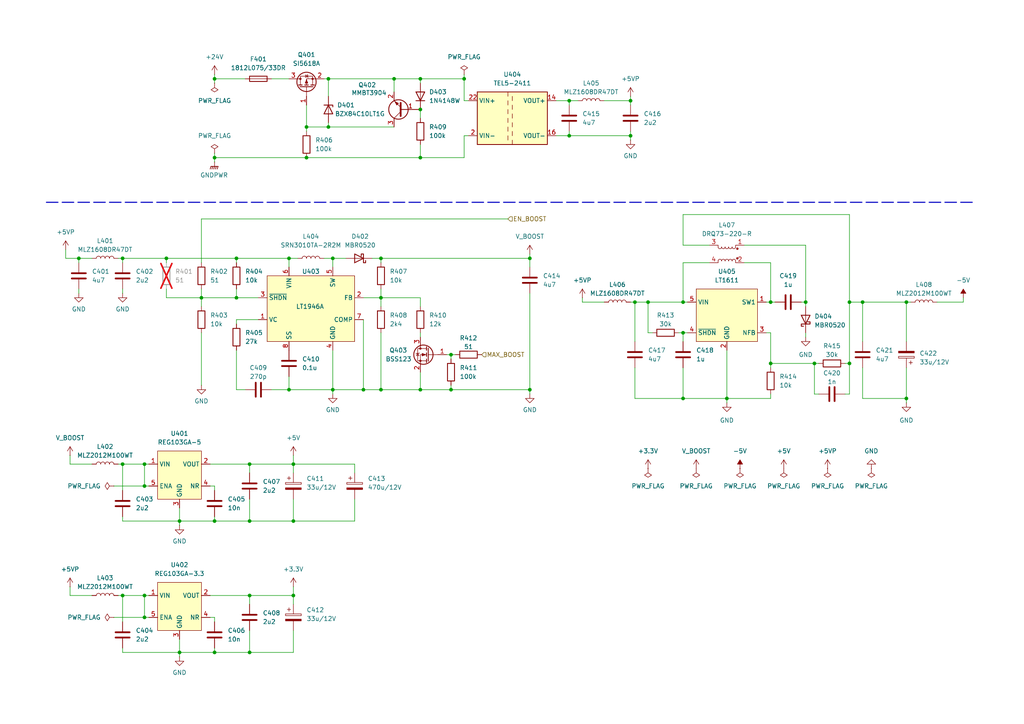
<source format=kicad_sch>
(kicad_sch (version 20231120) (generator "eeschema") (generator_version "8.0")
  (paper "A4")
  (lib_symbols
    (symbol "Device:C" (pin_numbers hide) (pin_names (offset 0.254))
      (property "Reference" "C" (at 0.635 2.54 0))
      (property "Value" "C" (at 0.635 -2.54 0))
      (symbol "C_1_1"
        (pin passive line (at 0 3.81 270) (length 2.794) (name "~") (number "1"))
        (pin passive line (at 0 -3.81 90) (length 2.794) (name "~") (number "2"))
      )
    )
    (symbol "Device:C_Polarized" (pin_numbers hide) (pin_names (offset 0.254))
      (property "Reference" "C" (at 0.635 2.54 0))
      (property "Value" "C_Polarized" (at 0.635 -2.54 0))
      (symbol "C_Polarized_1_1"
        (pin passive line (at 0 3.81 270) (length 2.794) (name "~") (number "1"))
        (pin passive line (at 0 -3.81 90) (length 2.794) (name "~") (number "2"))
      )
    )
    (symbol "Device:D_Schottky" (pin_numbers hide) (pin_names (offset 1.016) hide)
      (property "Reference" "D" (at 0 2.54 0))
      (property "Value" "D_Schottky" (at 0 -2.54 0))
      (symbol "D_Schottky_1_1"
        (pin passive line (at -3.81 0 0) (length 2.54) (name "K") (number "1"))
        (pin passive line (at 3.81 0 180) (length 2.54) (name "A") (number "2"))
      )
    )
    (symbol "Device:Fuse" (pin_numbers hide) (pin_names (offset 0))
      (property "Reference" "F" (at 2.032 0 90))
      (property "Value" "Fuse" (at -1.905 0 90))
      (symbol "Fuse_1_1"
        (pin passive line (at 0 3.81 270) (length 1.27) (name "~") (number "1"))
        (pin passive line (at 0 -3.81 90) (length 1.27) (name "~") (number "2"))
      )
    )
    (symbol "Device:L" (pin_numbers hide) (pin_names (offset 1.016) hide)
      (property "Reference" "L" (at -1.27 0 90))
      (property "Value" "L" (at 1.905 0 90))
      (symbol "L_1_1"
        (pin passive line (at 0 3.81 270) (length 1.27) (name "1") (number "1"))
        (pin passive line (at 0 -3.81 90) (length 1.27) (name "2") (number "2"))
      )
    )
    (symbol "Device:L_Coupled_Small_1324" (pin_names (offset 0.254) hide)
      (property "Reference" "L" (at 0 4.445 0))
      (property "Value" "L_Coupled_Small_1324" (at 0 -4.445 0))
      (symbol "L_Coupled_Small_1324_1_1"
        (pin passive line (at -5.08 2.54 0) (length 2.54) (name "1") (number "1"))
        (pin passive line (at -5.08 -2.54 0) (length 2.54) (name "2") (number "2"))
        (pin passive line (at 5.08 2.54 180) (length 2.54) (name "3") (number "3"))
        (pin passive line (at 5.08 -2.54 180) (length 2.54) (name "4") (number "4"))
      )
    )
    (symbol "Device:Q_PMOS_GSD" (pin_names (offset 0) hide)
      (property "Reference" "Q" (at 5.08 1.27 0))
      (property "Value" "Q_PMOS_GSD" (at 5.08 -1.27 0))
      (symbol "Q_PMOS_GSD_1_1"
        (pin input line (at -5.08 0 0) (length 2.54) (name "G") (number "1"))
        (pin passive line (at 2.54 -5.08 90) (length 2.54) (name "S") (number "2"))
        (pin passive line (at 2.54 5.08 270) (length 2.54) (name "D") (number "3"))
      )
    )
    (symbol "Device:R" (pin_numbers hide) (pin_names (offset 0))
      (property "Reference" "R" (at 2.032 0 90))
      (property "Value" "R" (at 0 0 90))
      (symbol "R_1_1"
        (pin passive line (at 0 3.81 270) (length 1.27) (name "~") (number "1"))
        (pin passive line (at 0 -3.81 90) (length 1.27) (name "~") (number "2"))
      )
    )
    (symbol "Diode:1N4148W" (pin_numbers hide) (pin_names hide)
      (property "Reference" "D" (at 0 2.54 0))
      (property "Value" "1N4148W" (at 0 -2.54 0))
      (symbol "1N4148W_1_1"
        (pin passive line (at -3.81 0 0) (length 2.54) (name "K") (number "1"))
        (pin passive line (at 3.81 0 180) (length 2.54) (name "A") (number "2"))
      )
    )
    (symbol "Diode:BZX84Cxx" (pin_numbers hide) (pin_names hide)
      (property "Reference" "D" (at 0 3.81 0))
      (property "Value" "BZX84Cxx" (at 0 -3.81 0))
      (symbol "BZX84Cxx_1_1"
        (pin passive line (at 3.81 0 180) (length 2.54) (name "A") (number "1"))
        (pin no_connect line (at 1.27 0 180) (length 2.54) hide (name "NC") (number "2"))
        (pin passive line (at -3.81 0 0) (length 2.54) (name "K") (number "3"))
      )
    )
    (symbol "ETH1LCR3:LT1611"
      (property "Reference" "U" (at 0.254 8.89 0))
      (property "Value" "LT1611" (at 0 0 0))
      (symbol "LT1611_0_0"
        (pin passive line (at 11.43 3.81 180) (length 2.54) (name "SW1") (number "1"))
        (pin passive line (at 0 -10.16 90) (length 2.54) (name "GND") (number "2"))
        (pin passive line (at 11.43 -5.08 180) (length 2.54) (name "NFB") (number "3"))
        (pin passive line (at -11.43 -5.08 0) (length 2.54) (name "~{SHDN}") (number "4"))
        (pin passive line (at -11.43 3.81 0) (length 2.54) (name "VIN") (number "5"))
      )
    )
    (symbol "ETH1LCR3:LT1946A"
      (property "Reference" "U" (at 12.446 12.446 0))
      (property "Value" "LT1946A" (at 12.7 10.414 0))
      (symbol "LT1946A_0_0"
        (pin passive line (at -15.24 -3.81 0) (length 2.54) (name "VC") (number "1"))
        (pin passive line (at 15.24 2.54 180) (length 2.54) (name "FB") (number "2"))
        (pin passive line (at -15.24 2.54 0) (length 2.54) (name "~{SHDN}") (number "3"))
        (pin passive line (at 6.35 -12.7 90) (length 2.54) (name "GND") (number "4"))
        (pin passive line (at 6.35 11.43 270) (length 2.54) (name "SW") (number "5"))
        (pin passive line (at -6.35 11.43 270) (length 2.54) (name "VIN") (number "6"))
        (pin passive line (at 15.24 -3.81 180) (length 2.54) (name "COMP") (number "7"))
        (pin passive line (at -6.35 -12.7 90) (length 2.54) (name "SS") (number "8"))
      )
      (symbol "LT1946A_1_0"
        (pin passive line (at 6.35 -12.7 90) (length 2.54) hide (name "GND") (number "9"))
      )
    )
    (symbol "ETH1LCR3:REG103GA-5"
      (property "Reference" "U" (at 0 0 0))
      (property "Value" "REG103GA-5" (at 0 0 0))
      (symbol "REG103GA-5_0_0"
        (pin passive line (at 0 -10.16 90) (length 2.54) (name "GND") (number "3"))
        (pin passive line (at 8.89 -3.81 180) (length 2.54) (name "NR") (number "4"))
        (pin passive line (at -8.89 -3.81 0) (length 2.54) (name "ENA") (number "5"))
      )
      (symbol "REG103GA-5_1_0"
        (pin passive line (at -8.89 2.54 0) (length 2.54) (name "VIN") (number "1"))
        (pin passive line (at 8.89 2.54 180) (length 2.54) (name "VOUT") (number "2"))
        (pin passive line (at 0 -10.16 90) (length 2.54) hide (name "GND") (number "6"))
      )
    )
    (symbol "ETH1LCR3:TEL5-2411"
      (property "Reference" "U" (at -10.16 8.89 0))
      (property "Value" "TEL5-2411" (at -1.905 8.89 0))
      (symbol "TEL5-2411_1_1"
        (pin no_connect line (at 12.7 0 180) (length 2.54) hide (name "NC") (number "11"))
        (pin passive line (at 12.7 5.08 180) (length 2.54) (name "VOUT+") (number "14"))
        (pin passive line (at 12.7 -5.08 180) (length 2.54) (name "VOUT-") (number "16"))
        (pin passive line (at -12.7 -5.08 0) (length 2.54) (name "VIN-") (number "2"))
        (pin passive line (at -12.7 5.08 0) (length 2.54) (name "VIN+") (number "22"))
        (pin passive line (at -12.7 5.08 0) (length 2.54) hide (name "VIN+") (number "23"))
        (pin passive line (at -12.7 -5.08 0) (length 2.54) hide (name "VIN-") (number "3"))
      )
    )
    (symbol "ETH1LCR3:V_BOOST" (power) (pin_numbers hide) (pin_names (offset 0) hide)
      (property "Value" "V_BOOST" (at 0 3.556 0))
      (symbol "V_BOOST_1_1"
        (pin power_in line (at 0 0 90) (length 0) (name "~") (number "1"))
      )
    )
    (symbol "Transistor_BJT:MMBT3904" (pin_names (offset 0) hide)
      (property "Reference" "Q" (at 5.08 1.905 0))
      (property "Value" "MMBT3904" (at 5.08 0 0))
      (symbol "MMBT3904_1_1"
        (pin input line (at -5.08 0 0) (length 5.715) (name "B") (number "1"))
        (pin passive line (at 2.54 -5.08 90) (length 2.54) (name "E") (number "2"))
        (pin passive line (at 2.54 5.08 270) (length 2.54) (name "C") (number "3"))
      )
    )
    (symbol "Transistor_FET:BSS123" (pin_names hide)
      (property "Reference" "Q" (at 5.08 1.905 0))
      (property "Value" "BSS123" (at 5.08 0 0))
      (symbol "BSS123_1_1"
        (pin input line (at -5.08 0 0) (length 2.54) (name "G") (number "1"))
        (pin passive line (at 2.54 -5.08 90) (length 2.54) (name "S") (number "2"))
        (pin passive line (at 2.54 5.08 270) (length 2.54) (name "D") (number "3"))
      )
    )
    (symbol "power:+24V" (power) (pin_numbers hide) (pin_names (offset 0) hide)
      (property "Value" "+24V" (at 0 3.556 0))
      (symbol "+24V_1_1"
        (pin power_in line (at 0 0 90) (length 0) (name "~") (number "1"))
      )
    )
    (symbol "power:+3.3V" (power) (pin_numbers hide) (pin_names (offset 0) hide)
      (property "Value" "+3.3V" (at 0 3.556 0))
      (symbol "+3.3V_1_1"
        (pin power_in line (at 0 0 90) (length 0) (name "~") (number "1"))
      )
    )
    (symbol "power:+5V" (power) (pin_numbers hide) (pin_names (offset 0) hide)
      (property "Value" "+5V" (at 0 3.556 0))
      (symbol "+5V_1_1"
        (pin power_in line (at 0 0 90) (length 0) (name "~") (number "1"))
      )
    )
    (symbol "power:+5VP" (power) (pin_numbers hide) (pin_names (offset 0) hide)
      (property "Value" "+5VP" (at 0 3.556 0))
      (symbol "+5VP_1_1"
        (pin power_in line (at 0 0 90) (length 0) (name "~") (number "1"))
      )
    )
    (symbol "power:-5V" (power) (pin_numbers hide) (pin_names (offset 0) hide)
      (property "Value" "-5V" (at 0 3.556 0))
      (symbol "-5V_0_0"
        (pin power_in line (at 0 0 90) (length 0) (name "~") (number "1"))
      )
    )
    (symbol "power:GND" (power) (pin_numbers hide) (pin_names (offset 0) hide)
      (property "Value" "GND" (at 0 -3.81 0))
      (symbol "GND_1_1"
        (pin power_in line (at 0 0 270) (length 0) (name "~") (number "1"))
      )
    )
    (symbol "power:GNDPWR" (power) (pin_numbers hide) (pin_names (offset 0) hide)
      (property "Value" "GNDPWR" (at 0 -3.302 0))
      (symbol "GNDPWR_1_1"
        (pin power_in line (at 0 0 270) (length 0) (name "~") (number "1"))
      )
    )
    (symbol "power:PWR_FLAG" (power) (pin_numbers hide) (pin_names (offset 0) hide)
      (property "Value" "PWR_FLAG" (at 0 3.81 0))
      (symbol "PWR_FLAG_0_0"
        (pin power_out line (at 0 0 90) (length 0) (name "~") (number "1"))
      )
    )
  )
  (junction (at 134.62 22.86))
  (junction (at 88.9 36.83))
  (junction (at 62.23 151.13))
  (junction (at 62.23 189.23))
  (junction (at 58.42 86.36))
  (junction (at 210.82 115.57))
  (junction (at 72.39 189.23))
  (junction (at 41.91 140.97))
  (junction (at 41.91 134.62))
  (junction (at 121.92 22.86))
  (junction (at 95.25 22.86))
  (junction (at 182.88 29.21))
  (junction (at 62.23 45.72))
  (junction (at 52.07 151.13))
  (junction (at 130.81 102.87))
  (junction (at 223.52 105.41))
  (junction (at 85.09 151.13))
  (junction (at 83.82 113.03))
  (junction (at 246.38 105.41))
  (junction (at 262.89 87.63))
  (junction (at 187.96 87.63))
  (junction (at 105.41 113.03))
  (junction (at 95.25 36.83))
  (junction (at 83.82 74.93))
  (junction (at 35.56 74.93))
  (junction (at 114.3 22.86))
  (junction (at 88.9 45.72))
  (junction (at 22.86 74.93))
  (junction (at 85.09 172.72))
  (junction (at 68.58 86.36))
  (junction (at 198.12 87.63))
  (junction (at 110.49 74.93))
  (junction (at 110.49 113.03))
  (junction (at 52.07 189.23))
  (junction (at 130.81 113.03))
  (junction (at 96.52 74.93))
  (junction (at 198.12 96.52))
  (junction (at 250.19 87.63))
  (junction (at 262.89 115.57))
  (junction (at 48.26 74.93))
  (junction (at 68.58 74.93))
  (junction (at 85.09 134.62))
  (junction (at 72.39 172.72))
  (junction (at 35.56 134.62))
  (junction (at 110.49 86.36))
  (junction (at 246.38 87.63))
  (junction (at 153.67 113.03))
  (junction (at 41.91 172.72))
  (junction (at 35.56 172.72))
  (junction (at 198.12 115.57))
  (junction (at 121.92 31.75))
  (junction (at 121.92 45.72))
  (junction (at 182.88 39.37))
  (junction (at 121.92 113.03))
  (junction (at 223.52 87.63))
  (junction (at 72.39 151.13))
  (junction (at 72.39 134.62))
  (junction (at 41.91 179.07))
  (junction (at 62.23 22.86))
  (junction (at 236.22 105.41))
  (junction (at 184.15 87.63))
  (junction (at 233.68 87.63))
  (junction (at 153.67 74.93))
  (junction (at 96.52 113.03))
  (junction (at 165.1 39.37))
  (junction (at 165.1 29.21))
  (wire (pts (xy 34.29 134.62) (xy 35.56 134.62)))
  (wire (pts (xy 62.23 45.72) (xy 88.9 45.72)))
  (polyline (pts (xy 13.462 58.674) (xy 282.448 58.674)) (stroke (width 0.3048) (type dash)))
  (wire (pts (xy 223.52 76.2) (xy 215.9 76.2)))
  (wire (pts (xy 233.68 96.52) (xy 233.68 97.79)))
  (wire (pts (xy 205.74 71.12) (xy 198.12 71.12)))
  (wire (pts (xy 110.49 113.03) (xy 121.92 113.03)))
  (wire (pts (xy 237.49 114.3) (xy 236.22 114.3)))
  (wire (pts (xy 161.29 29.21) (xy 165.1 29.21)))
  (wire (pts (xy 121.92 88.9) (xy 121.92 86.36)))
  (wire (pts (xy 105.41 113.03) (xy 105.41 92.71)))
  (wire (pts (xy 105.41 86.36) (xy 110.49 86.36)))
  (wire (pts (xy 198.12 96.52) (xy 199.39 96.52)))
  (wire (pts (xy 165.1 30.48) (xy 165.1 29.21)))
  (wire (pts (xy 48.26 74.93) (xy 48.26 76.2)))
  (wire (pts (xy 62.23 44.45) (xy 62.23 45.72)))
  (wire (pts (xy 168.91 86.36) (xy 168.91 87.63)))
  (wire (pts (xy 62.23 180.34) (xy 62.23 179.07)))
  (wire (pts (xy 72.39 134.62) (xy 60.96 134.62)))
  (wire (pts (xy 35.56 134.62) (xy 35.56 142.24)))
  (wire (pts (xy 130.81 102.87) (xy 132.08 102.87)))
  (wire (pts (xy 262.89 115.57) (xy 262.89 116.84)))
  (wire (pts (xy 62.23 179.07) (xy 60.96 179.07)))
  (wire (pts (xy 41.91 179.07) (xy 41.91 172.72)))
  (wire (pts (xy 245.11 114.3) (xy 246.38 114.3)))
  (wire (pts (xy 223.52 96.52) (xy 222.25 96.52)))
  (wire (pts (xy 130.81 102.87) (xy 129.54 102.87)))
  (wire (pts (xy 246.38 87.63) (xy 246.38 62.23)))
  (wire (pts (xy 74.93 92.71) (xy 68.58 92.71)))
  (wire (pts (xy 114.3 22.86) (xy 114.3 26.67)))
  (wire (pts (xy 85.09 137.16) (xy 85.09 134.62)))
  (wire (pts (xy 198.12 76.2) (xy 198.12 87.63)))
  (wire (pts (xy 196.85 96.52) (xy 198.12 96.52)))
  (wire (pts (xy 74.93 86.36) (xy 68.58 86.36)))
  (wire (pts (xy 250.19 115.57) (xy 262.89 115.57)))
  (wire (pts (xy 48.26 83.82) (xy 48.26 86.36)))
  (wire (pts (xy 182.88 87.63) (xy 184.15 87.63)))
  (wire (pts (xy 264.16 87.63) (xy 262.89 87.63)))
  (wire (pts (xy 58.42 83.82) (xy 58.42 86.36)))
  (wire (pts (xy 245.11 105.41) (xy 246.38 105.41)))
  (wire (pts (xy 121.92 22.86) (xy 121.92 24.13)))
  (wire (pts (xy 110.49 86.36) (xy 110.49 88.9)))
  (wire (pts (xy 250.19 87.63) (xy 246.38 87.63)))
  (wire (pts (xy 153.67 74.93) (xy 153.67 77.47)))
  (wire (pts (xy 22.86 85.09) (xy 22.86 83.82)))
  (wire (pts (xy 134.62 45.72) (xy 134.62 39.37)))
  (wire (pts (xy 189.23 96.52) (xy 187.96 96.52)))
  (wire (pts (xy 130.81 111.76) (xy 130.81 113.03)))
  (wire (pts (xy 165.1 39.37) (xy 182.88 39.37)))
  (wire (pts (xy 95.25 22.86) (xy 114.3 22.86)))
  (wire (pts (xy 223.52 105.41) (xy 236.22 105.41)))
  (wire (pts (xy 165.1 39.37) (xy 165.1 38.1)))
  (wire (pts (xy 62.23 22.86) (xy 71.12 22.86)))
  (wire (pts (xy 72.39 151.13) (xy 85.09 151.13)))
  (wire (pts (xy 35.56 172.72) (xy 41.91 172.72)))
  (wire (pts (xy 85.09 132.08) (xy 85.09 134.62)))
  (wire (pts (xy 33.02 140.97) (xy 41.91 140.97)))
  (wire (pts (xy 134.62 21.59) (xy 134.62 22.86)))
  (wire (pts (xy 93.98 22.86) (xy 95.25 22.86)))
  (wire (pts (xy 223.52 87.63) (xy 223.52 76.2)))
  (wire (pts (xy 250.19 99.06) (xy 250.19 87.63)))
  (wire (pts (xy 210.82 115.57) (xy 223.52 115.57)))
  (wire (pts (xy 246.38 105.41) (xy 246.38 87.63)))
  (wire (pts (xy 187.96 87.63) (xy 198.12 87.63)))
  (wire (pts (xy 107.95 74.93) (xy 110.49 74.93)))
  (wire (pts (xy 26.67 134.62) (xy 20.32 134.62)))
  (wire (pts (xy 114.3 22.86) (xy 121.92 22.86)))
  (wire (pts (xy 96.52 113.03) (xy 96.52 101.6)))
  (wire (pts (xy 83.82 113.03) (xy 96.52 113.03)))
  (wire (pts (xy 34.29 172.72) (xy 35.56 172.72)))
  (wire (pts (xy 198.12 106.68) (xy 198.12 115.57)))
  (wire (pts (xy 85.09 175.26) (xy 85.09 172.72)))
  (wire (pts (xy 43.18 140.97) (xy 41.91 140.97)))
  (wire (pts (xy 121.92 45.72) (xy 134.62 45.72)))
  (wire (pts (xy 88.9 30.48) (xy 88.9 36.83)))
  (wire (pts (xy 121.92 31.75) (xy 121.92 34.29)))
  (wire (pts (xy 43.18 179.07) (xy 41.91 179.07)))
  (wire (pts (xy 223.52 105.41) (xy 223.52 96.52)))
  (wire (pts (xy 41.91 134.62) (xy 43.18 134.62)))
  (wire (pts (xy 41.91 172.72) (xy 43.18 172.72)))
  (wire (pts (xy 130.81 104.14) (xy 130.81 102.87)))
  (wire (pts (xy 121.92 22.86) (xy 134.62 22.86)))
  (wire (pts (xy 72.39 134.62) (xy 85.09 134.62)))
  (wire (pts (xy 72.39 172.72) (xy 60.96 172.72)))
  (wire (pts (xy 35.56 134.62) (xy 41.91 134.62)))
  (wire (pts (xy 102.87 144.78) (xy 102.87 151.13)))
  (wire (pts (xy 83.82 74.93) (xy 86.36 74.93)))
  (wire (pts (xy 182.88 27.94) (xy 182.88 29.21)))
  (wire (pts (xy 85.09 189.23) (xy 85.09 182.88)))
  (wire (pts (xy 95.25 22.86) (xy 95.25 27.94)))
  (wire (pts (xy 68.58 74.93) (xy 83.82 74.93)))
  (wire (pts (xy 85.09 151.13) (xy 85.09 144.78)))
  (wire (pts (xy 262.89 115.57) (xy 262.89 106.68)))
  (wire (pts (xy 110.49 83.82) (xy 110.49 86.36)))
  (wire (pts (xy 96.52 74.93) (xy 100.33 74.93)))
  (wire (pts (xy 35.56 74.93) (xy 48.26 74.93)))
  (wire (pts (xy 279.4 87.63) (xy 279.4 86.36)))
  (wire (pts (xy 96.52 77.47) (xy 96.52 74.93)))
  (wire (pts (xy 165.1 29.21) (xy 167.64 29.21)))
  (wire (pts (xy 96.52 113.03) (xy 96.52 114.3)))
  (wire (pts (xy 96.52 74.93) (xy 93.98 74.93)))
  (wire (pts (xy 68.58 92.71) (xy 68.58 93.98)))
  (wire (pts (xy 110.49 96.52) (xy 110.49 113.03)))
  (wire (pts (xy 102.87 134.62) (xy 102.87 137.16)))
  (wire (pts (xy 83.82 109.22) (xy 83.82 113.03)))
  (wire (pts (xy 187.96 96.52) (xy 187.96 87.63)))
  (wire (pts (xy 182.88 40.64) (xy 182.88 39.37)))
  (wire (pts (xy 198.12 87.63) (xy 199.39 87.63)))
  (wire (pts (xy 236.22 105.41) (xy 237.49 105.41)))
  (wire (pts (xy 223.52 106.68) (xy 223.52 105.41)))
  (wire (pts (xy 198.12 62.23) (xy 246.38 62.23)))
  (wire (pts (xy 105.41 113.03) (xy 110.49 113.03)))
  (wire (pts (xy 52.07 189.23) (xy 62.23 189.23)))
  (wire (pts (xy 20.32 172.72) (xy 20.32 170.18)))
  (wire (pts (xy 121.92 113.03) (xy 130.81 113.03)))
  (wire (pts (xy 72.39 175.26) (xy 72.39 172.72)))
  (wire (pts (xy 134.62 39.37) (xy 135.89 39.37)))
  (wire (pts (xy 58.42 63.5) (xy 58.42 76.2)))
  (wire (pts (xy 250.19 106.68) (xy 250.19 115.57)))
  (wire (pts (xy 62.23 151.13) (xy 72.39 151.13)))
  (wire (pts (xy 68.58 86.36) (xy 68.58 83.82)))
  (wire (pts (xy 236.22 114.3) (xy 236.22 105.41)))
  (wire (pts (xy 85.09 170.18) (xy 85.09 172.72)))
  (wire (pts (xy 168.91 87.63) (xy 175.26 87.63)))
  (wire (pts (xy 233.68 87.63) (xy 233.68 71.12)))
  (wire (pts (xy 52.07 189.23) (xy 52.07 190.5)))
  (wire (pts (xy 121.92 41.91) (xy 121.92 45.72)))
  (wire (pts (xy 20.32 134.62) (xy 20.32 132.08)))
  (wire (pts (xy 153.67 85.09) (xy 153.67 113.03)))
  (wire (pts (xy 198.12 71.12) (xy 198.12 62.23)))
  (wire (pts (xy 175.26 29.21) (xy 182.88 29.21)))
  (wire (pts (xy 19.05 74.93) (xy 19.05 72.39)))
  (wire (pts (xy 95.25 35.56) (xy 95.25 36.83)))
  (wire (pts (xy 52.07 151.13) (xy 52.07 152.4)))
  (wire (pts (xy 134.62 22.86) (xy 134.62 29.21)))
  (wire (pts (xy 62.23 189.23) (xy 72.39 189.23)))
  (wire (pts (xy 62.23 45.72) (xy 62.23 46.99)))
  (wire (pts (xy 223.52 115.57) (xy 223.52 114.3)))
  (wire (pts (xy 33.02 179.07) (xy 41.91 179.07)))
  (wire (pts (xy 72.39 172.72) (xy 85.09 172.72)))
  (wire (pts (xy 88.9 36.83) (xy 95.25 36.83)))
  (wire (pts (xy 62.23 140.97) (xy 60.96 140.97)))
  (wire (pts (xy 71.12 113.03) (xy 68.58 113.03)))
  (wire (pts (xy 35.56 172.72) (xy 35.56 180.34)))
  (wire (pts (xy 232.41 87.63) (xy 233.68 87.63)))
  (wire (pts (xy 153.67 113.03) (xy 153.67 114.3)))
  (wire (pts (xy 72.39 151.13) (xy 72.39 144.78)))
  (wire (pts (xy 222.25 87.63) (xy 223.52 87.63)))
  (wire (pts (xy 130.81 113.03) (xy 153.67 113.03)))
  (wire (pts (xy 58.42 86.36) (xy 68.58 86.36)))
  (wire (pts (xy 72.39 189.23) (xy 85.09 189.23)))
  (wire (pts (xy 198.12 115.57) (xy 184.15 115.57)))
  (wire (pts (xy 110.49 74.93) (xy 153.67 74.93)))
  (wire (pts (xy 161.29 39.37) (xy 165.1 39.37)))
  (wire (pts (xy 198.12 96.52) (xy 198.12 99.06)))
  (wire (pts (xy 58.42 86.36) (xy 58.42 88.9)))
  (wire (pts (xy 58.42 96.52) (xy 58.42 111.76)))
  (wire (pts (xy 68.58 113.03) (xy 68.58 101.6)))
  (wire (pts (xy 35.56 74.93) (xy 35.56 76.2)))
  (wire (pts (xy 215.9 71.12) (xy 233.68 71.12)))
  (wire (pts (xy 262.89 99.06) (xy 262.89 87.63)))
  (wire (pts (xy 52.07 147.32) (xy 52.07 151.13)))
  (wire (pts (xy 48.26 86.36) (xy 58.42 86.36)))
  (wire (pts (xy 182.88 39.37) (xy 182.88 38.1)))
  (wire (pts (xy 72.39 137.16) (xy 72.39 134.62)))
  (wire (pts (xy 62.23 22.86) (xy 62.23 24.13)))
  (wire (pts (xy 184.15 99.06) (xy 184.15 87.63)))
  (wire (pts (xy 153.67 73.66) (xy 153.67 74.93)))
  (wire (pts (xy 198.12 115.57) (xy 210.82 115.57)))
  (wire (pts (xy 62.23 142.24) (xy 62.23 140.97)))
  (wire (pts (xy 52.07 185.42) (xy 52.07 189.23)))
  (wire (pts (xy 182.88 29.21) (xy 182.88 30.48)))
  (wire (pts (xy 88.9 36.83) (xy 88.9 38.1)))
  (wire (pts (xy 135.89 29.21) (xy 134.62 29.21)))
  (wire (pts (xy 184.15 87.63) (xy 187.96 87.63)))
  (wire (pts (xy 62.23 151.13) (xy 62.23 149.86)))
  (wire (pts (xy 85.09 134.62) (xy 102.87 134.62)))
  (wire (pts (xy 62.23 189.23) (xy 62.23 187.96)))
  (wire (pts (xy 210.82 101.6) (xy 210.82 115.57)))
  (wire (pts (xy 48.26 74.93) (xy 68.58 74.93)))
  (wire (pts (xy 250.19 87.63) (xy 262.89 87.63)))
  (wire (pts (xy 110.49 76.2) (xy 110.49 74.93)))
  (wire (pts (xy 233.68 87.63) (xy 233.68 88.9)))
  (wire (pts (xy 83.82 77.47) (xy 83.82 74.93)))
  (wire (pts (xy 223.52 87.63) (xy 224.79 87.63)))
  (wire (pts (xy 121.92 113.03) (xy 121.92 107.95)))
  (wire (pts (xy 246.38 114.3) (xy 246.38 105.41)))
  (wire (pts (xy 35.56 189.23) (xy 52.07 189.23)))
  (wire (pts (xy 184.15 115.57) (xy 184.15 106.68)))
  (wire (pts (xy 26.67 172.72) (xy 20.32 172.72)))
  (wire (pts (xy 58.42 63.5) (xy 147.32 63.5)))
  (wire (pts (xy 102.87 151.13) (xy 85.09 151.13)))
  (wire (pts (xy 22.86 74.93) (xy 26.67 74.93)))
  (wire (pts (xy 41.91 140.97) (xy 41.91 134.62)))
  (wire (pts (xy 35.56 187.96) (xy 35.56 189.23)))
  (wire (pts (xy 34.29 74.93) (xy 35.56 74.93)))
  (wire (pts (xy 35.56 83.82) (xy 35.56 85.09)))
  (wire (pts (xy 271.78 87.63) (xy 279.4 87.63)))
  (wire (pts (xy 121.92 97.79) (xy 121.92 96.52)))
  (wire (pts (xy 72.39 189.23) (xy 72.39 182.88)))
  (wire (pts (xy 62.23 21.59) (xy 62.23 22.86)))
  (wire (pts (xy 52.07 151.13) (xy 62.23 151.13)))
  (wire (pts (xy 95.25 36.83) (xy 114.3 36.83)))
  (wire (pts (xy 68.58 76.2) (xy 68.58 74.93)))
  (wire (pts (xy 88.9 45.72) (xy 121.92 45.72)))
  (wire (pts (xy 22.86 76.2) (xy 22.86 74.93)))
  (wire (pts (xy 35.56 151.13) (xy 52.07 151.13)))
  (wire (pts (xy 35.56 149.86) (xy 35.56 151.13)))
  (wire (pts (xy 19.05 74.93) (xy 22.86 74.93)))
  (wire (pts (xy 78.74 22.86) (xy 83.82 22.86)))
  (wire (pts (xy 210.82 115.57) (xy 210.82 116.84)))
  (wire (pts (xy 205.74 76.2) (xy 198.12 76.2)))
  (wire (pts (xy 121.92 86.36) (xy 110.49 86.36)))
  (wire (pts (xy 96.52 113.03) (xy 105.41 113.03)))
  (wire (pts (xy 78.74 113.03) (xy 83.82 113.03)))
  (hierarchical_label "EN_BOOST" (shape input) (at 147.32 63.5 0))
  (hierarchical_label "MAX_BOOST" (shape input) (at 139.7 102.87 0))
  (symbol (lib_id "Device:C") (at 182.88 34.29 0) (unit 1)
    (property "Reference" "C416" (at 186.69 33.0199 0) (effects (justify left)))
    (property "Value" "2u2" (at 186.69 35.5599 0) (effects (justify left)))
    (property "Footprint" "Capacitor_SMD:C_0805_2012Metric_Pad1.18x1.45mm_HandSolder" (effects (hide yes)))
    (property "Description" "Unpolarized capacitor" (effects (hide yes)))
  )
  (symbol (lib_id "Device:C_Polarized") (at 102.87 140.97 0) (unit 1)
    (property "Reference" "C413" (at 106.68 138.8109 0) (effects (justify left)))
    (property "Value" "470u/12V" (at 106.68 141.3509 0) (effects (justify left)))
    (property "Footprint" "Capacitor_SMD:CP_Elec_10x10.5" (effects (hide yes)))
    (property "Description" "Polarized capacitor" (effects (hide yes)))
  )
  (symbol (lib_id "ETH1LCR3:V_BOOST") (at 201.93 135.89 0) (unit 1)
    (property "Reference" "#PWR0420" (effects (hide yes)))
    (property "Value" "V_BOOST" (at 201.93 130.81 0))
    (property "Description" "Power symbol creates a global label with name \"+4V\"" (effects (hide yes)))
  )
  (symbol (lib_id "power:-5V") (at 214.63 135.89 0) (unit 1)
    (property "Reference" "#PWR0422" (effects (hide yes)))
    (property "Value" "-5V" (at 214.63 130.81 0))
    (property "Description" "Power symbol creates a global label with name \"-5V\"" (effects (hide yes)))
  )
  (symbol (lib_id "Device:R") (at 130.81 107.95 0) (unit 1)
    (property "Reference" "R411" (at 133.35 106.6799 0) (effects (justify left)))
    (property "Value" "100k" (at 133.35 109.2199 0) (effects (justify left)))
    (property "Footprint" "Resistor_SMD:R_0603_1608Metric_Pad0.98x0.95mm_HandSolder" (effects (hide yes)))
    (property "Description" "Resistor" (effects (hide yes)))
  )
  (symbol (lib_id "Device:L") (at 30.48 74.93 90) (unit 1)
    (property "Reference" "L401" (at 30.48 69.85 90))
    (property "Value" "MLZ1608DR47DT" (at 30.48 72.39 90))
    (property "Footprint" "Inductor_SMD:L_0603_1608Metric_Pad1.05x0.95mm_HandSolder" (effects (hide yes)))
    (property "Description" "Inductor" (effects (hide yes)))
  )
  (symbol (lib_id "Device:C_Polarized") (at 262.89 102.87 180) (unit 1)
    (property "Reference" "C422" (at 266.7 102.4889 0) (effects (justify right)))
    (property "Value" "33u/12V" (at 266.7 105.0289 0) (effects (justify right)))
    (property "Footprint" "Capacitor_Tantalum_SMD:CP_EIA-3528-21_Kemet-B_Pad1.50x2.35mm_HandSolder" (effects (hide yes)))
    (property "Description" "Polarized capacitor" (effects (hide yes)))
  )
  (symbol (lib_id "Device:C") (at 72.39 179.07 0) (unit 1)
    (property "Reference" "C408" (at 76.2 177.7999 0) (effects (justify left)))
    (property "Value" "2u2" (at 76.2 180.3399 0) (effects (justify left)))
    (property "Footprint" "Capacitor_SMD:C_0805_2012Metric_Pad1.18x1.45mm_HandSolder" (effects (hide yes)))
    (property "Description" "Unpolarized capacitor" (effects (hide yes)))
  )
  (symbol (lib_id "Transistor_BJT:MMBT3904") (at 116.84 31.75 180) (unit 1)
    (property "Reference" "Q402" (at 109.093 24.638 0) (effects (justify left)))
    (property "Value" "MMBT3904" (at 112.141 26.924 0) (effects (justify left)))
    (property "Footprint" "Package_TO_SOT_SMD:SOT-23" (effects (hide yes)))
    (property "Datasheet" "https://www.onsemi.com/pdf/datasheet/pzt3904-d.pdf" (effects (hide yes)))
  )
  (symbol (lib_id "Device:C") (at 72.39 140.97 0) (unit 1)
    (property "Reference" "C407" (at 76.2 139.6999 0) (effects (justify left)))
    (property "Value" "2u2" (at 76.2 142.2399 0) (effects (justify left)))
    (property "Footprint" "Capacitor_SMD:C_0805_2012Metric_Pad1.18x1.45mm_HandSolder" (effects (hide yes)))
    (property "Description" "Unpolarized capacitor" (effects (hide yes)))
  )
  (symbol (lib_id "Device:C") (at 228.6 87.63 90) (unit 1)
    (property "Reference" "C419" (at 228.6 80.01 90))
    (property "Value" "1u" (at 228.6 82.55 90))
    (property "Footprint" "Capacitor_SMD:C_0603_1608Metric_Pad1.08x0.95mm_HandSolder" (effects (hide yes)))
    (property "Description" "Unpolarized capacitor" (effects (hide yes)))
  )
  (symbol (lib_id "power:+5VP") (at 182.88 27.94 0) (unit 1)
    (property "Reference" "#PWR0417" (effects (hide yes)))
    (property "Value" "+5VP" (at 182.88 22.86 0))
    (property "Description" "Power symbol creates a global label with name \"+5VP\"" (effects (hide yes)))
  )
  (symbol (lib_id "Device:D_Schottky") (at 233.68 92.71 90) (unit 1)
    (property "Reference" "D404" (at 236.22 91.7574 90) (effects (justify right)))
    (property "Value" "MBR0520" (at 236.22 94.2974 90) (effects (justify right)))
    (property "Footprint" "Diode_SMD:D_SOD-123F" (effects (hide yes)))
    (property "Description" "Schottky diode" (effects (hide yes)))
  )
  (symbol (lib_id "power:GND") (at 96.52 114.3 0) (unit 1)
    (property "Reference" "#PWR0413" (effects (hide yes)))
    (property "Value" "GND" (at 96.52 118.872 0))
    (property "Description" "Power symbol creates a global label with name \"GND\" , ground" (effects (hide yes)))
  )
  (symbol (lib_id "Device:R") (at 110.49 80.01 0) (unit 1)
    (property "Reference" "R407" (at 113.03 78.7399 0) (effects (justify left)))
    (property "Value" "10k" (at 113.03 81.2799 0) (effects (justify left)))
    (property "Footprint" "Resistor_SMD:R_0603_1608Metric_Pad0.98x0.95mm_HandSolder" (effects (hide yes)))
    (property "Description" "Resistor" (effects (hide yes)))
  )
  (symbol (lib_id "ETH1LCR3:LT1946A") (at 90.17 88.9 0) (unit 1)
    (property "Reference" "U403" (at 90.17 78.74 0))
    (property "Value" "LT1946A" (at 89.916 88.9 0))
    (property "Footprint" "Package_SO:MSOP-8-1EP_3x3mm_P0.65mm_EP1.95x2.15mm_ThermalVias" (effects (hide yes)))
    (property "Datasheet" "https://www.analog.com/media/en/technical-documentation/data-sheets/1946afs.pdf" (effects (hide yes)))
    (property "Description" "2.7MHz Boost DC/DC Converter with 1.5A Switch and Soft-Start" (effects (hide yes)))
  )
  (symbol (lib_id "ETH1LCR3:REG103GA-5") (at 52.07 175.26 0) (unit 1)
    (property "Reference" "U402" (at 52.07 163.83 0))
    (property "Value" "REG103GA-3.3" (at 52.07 166.37 0))
    (property "Footprint" "Package_TO_SOT_SMD:SOT-223-6" (effects (hide yes)))
    (property "Datasheet" "https://www.ti.com/lit/ds/symlink/reg103.pdf?ts=1721421912455&ref_url=https%253A%252F%252Fwww.mouser.de%252F" (effects (hide yes)))
    (property "Description" "DMOS 500mA Low-Dropout Regulator" (effects (hide yes)))
  )
  (symbol (lib_id "Device:R") (at 241.3 105.41 90) (unit 1)
    (property "Reference" "R415" (at 241.3 100.33 90))
    (property "Value" "30k" (at 241.3 102.87 90))
    (property "Footprint" "Resistor_SMD:R_0603_1608Metric_Pad0.98x0.95mm_HandSolder" (effects (hide yes)))
    (property "Description" "Resistor" (effects (hide yes)))
  )
  (symbol (lib_id "Device:C_Polarized") (at 85.09 140.97 0) (unit 1)
    (property "Reference" "C411" (at 88.9 138.8109 0) (effects (justify left)))
    (property "Value" "33u/12V" (at 88.9 141.3509 0) (effects (justify left)))
    (property "Footprint" "Capacitor_Tantalum_SMD:CP_EIA-3528-21_Kemet-B_Pad1.50x2.35mm_HandSolder" (effects (hide yes)))
    (property "Description" "Polarized capacitor" (effects (hide yes)))
  )
  (symbol (lib_id "Device:C") (at 153.67 81.28 0) (unit 1)
    (property "Reference" "C414" (at 157.48 80.0099 0) (effects (justify left)))
    (property "Value" "4u7" (at 157.48 82.5499 0) (effects (justify left)))
    (property "Footprint" "Capacitor_SMD:C_0805_2012Metric_Pad1.18x1.45mm_HandSolder" (effects (hide yes)))
    (property "Description" "Unpolarized capacitor" (effects (hide yes)))
  )
  (symbol (lib_id "Device:C") (at 184.15 102.87 0) (unit 1)
    (property "Reference" "C417" (at 187.96 101.5999 0) (effects (justify left)))
    (property "Value" "4u7" (at 187.96 104.1399 0) (effects (justify left)))
    (property "Footprint" "Capacitor_SMD:C_0805_2012Metric_Pad1.18x1.45mm_HandSolder" (effects (hide yes)))
    (property "Description" "Unpolarized capacitor" (effects (hide yes)))
  )
  (symbol (lib_id "power:GND") (at 52.07 152.4 0) (unit 1)
    (property "Reference" "#PWR0406" (effects (hide yes)))
    (property "Value" "GND" (at 52.07 156.972 0))
    (property "Description" "Power symbol creates a global label with name \"GND\" , ground" (effects (hide yes)))
  )
  (symbol (lib_id "Device:C") (at 62.23 146.05 0) (unit 1)
    (property "Reference" "C405" (at 66.04 144.7799 0) (effects (justify left)))
    (property "Value" "10n" (at 66.04 147.3199 0) (effects (justify left)))
    (property "Footprint" "Capacitor_SMD:C_0603_1608Metric_Pad1.08x0.95mm_HandSolder" (effects (hide yes)))
    (property "Description" "Unpolarized capacitor" (effects (hide yes)))
  )
  (symbol (lib_id "Device:Fuse") (at 74.93 22.86 90) (unit 1)
    (property "Reference" "F401" (at 74.93 17.145 90))
    (property "Value" "1812L075/33DR" (at 74.93 19.685 90))
    (property "Footprint" "Fuse:Fuse_1812_4532Metric_Pad1.30x3.40mm_HandSolder" (effects (hide yes)))
  )
  (symbol (lib_id "power:+5V") (at 227.33 135.89 0) (unit 1)
    (property "Reference" "#PWR0423" (effects (hide yes)))
    (property "Value" "+5V" (at 227.33 130.81 0))
    (property "Description" "Power symbol creates a global label with name \"+5V\"" (effects (hide yes)))
  )
  (symbol (lib_id "power:GND") (at 252.73 135.89 180) (unit 1)
    (property "Reference" "#PWR0426" (effects (hide yes)))
    (property "Value" "GND" (at 252.73 130.81 0))
    (property "Description" "Power symbol creates a global label with name \"GND\" , ground" (effects (hide yes)))
  )
  (symbol (lib_id "Transistor_FET:BSS123") (at 124.46 102.87 0) (mirror y) (unit 1)
    (property "Reference" "Q403" (at 118.11 101.5999 0) (effects (justify left)))
    (property "Value" "BSS123" (at 119.38 104.14 0) (effects (justify left)))
    (property "Footprint" "Package_TO_SOT_SMD:SOT-23" (effects (hide yes)))
    (property "Datasheet" "http://www.diodes.com/assets/Datasheets/ds30366.pdf" (effects (hide yes)))
    (property "Description" "0.17A Id, 100V Vds, N-Channel MOSFET, SOT-23" (effects (hide yes)))
  )
  (symbol (lib_id "Device:C") (at 35.56 80.01 0) (unit 1)
    (property "Reference" "C402" (at 39.37 78.7399 0) (effects (justify left)))
    (property "Value" "2u2" (at 39.37 81.2799 0) (effects (justify left)))
    (property "Footprint" "Capacitor_SMD:C_0805_2012Metric_Pad1.18x1.45mm_HandSolder" (effects (hide yes)))
    (property "Description" "Unpolarized capacitor" (effects (hide yes)))
  )
  (symbol (lib_id "power:-5V") (at 279.4 86.36 0) (unit 1)
    (property "Reference" "#PWR0428" (effects (hide yes)))
    (property "Value" "-5V" (at 279.4 81.28 0))
    (property "Description" "Power symbol creates a global label with name \"-5V\"" (effects (hide yes)))
  )
  (symbol (lib_id "Device:C") (at 198.12 102.87 0) (unit 1)
    (property "Reference" "C418" (at 201.93 101.5999 0) (effects (justify left)))
    (property "Value" "1u" (at 201.93 104.1399 0) (effects (justify left)))
    (property "Footprint" "Capacitor_SMD:C_0603_1608Metric_Pad1.08x0.95mm_HandSolder" (effects (hide yes)))
    (property "Description" "Unpolarized capacitor" (effects (hide yes)))
  )
  (symbol (lib_id "power:GND") (at 35.56 85.09 0) (unit 1)
    (property "Reference" "#PWR0405" (effects (hide yes)))
    (property "Value" "GND" (at 35.56 89.662 0))
    (property "Description" "Power symbol creates a global label with name \"GND\" , ground" (effects (hide yes)))
  )
  (symbol (lib_id "Diode:1N4148W") (at 121.92 27.94 90) (unit 1)
    (property "Reference" "D403" (at 124.46 26.67 90) (effects (justify right)))
    (property "Value" "1N4148W" (at 124.46 29.21 90) (effects (justify right)))
    (property "Footprint" "Diode_SMD:D_SOD-123" (effects (hide yes)))
    (property "Datasheet" "https://www.vishay.com/docs/85748/1n4148w.pdf" (effects (hide yes)))
    (property "Sim.Device" "D" (effects (hide yes)))
    (property "Sim.Pins" "1=K 2=A" (effects (hide yes)))
  )
  (symbol (lib_id "power:PWR_FLAG") (at 33.02 140.97 90) (unit 1)
    (property "Reference" "#FLG0401" (effects (hide yes)))
    (property "Value" "PWR_FLAG" (at 29.21 140.9699 90) (effects (justify left)))
    (property "Description" "Special symbol for telling ERC where power comes from" (effects (hide yes)))
  )
  (symbol (lib_id "ETH1LCR3:V_BOOST") (at 20.32 132.08 0) (unit 1)
    (property "Reference" "#PWR0402" (effects (hide yes)))
    (property "Value" "V_BOOST" (at 20.32 127 0))
    (property "Description" "Power symbol creates a global label with name \"+4V\"" (effects (hide yes)))
  )
  (symbol (lib_id "power:PWR_FLAG") (at 62.23 24.13 180) (unit 1)
    (property "Reference" "#FLG0403" (effects (hide yes)))
    (property "Value" "PWR_FLAG" (at 62.23 29.21 0))
    (property "Description" "Special symbol for telling ERC where power comes from" (effects (hide yes)))
  )
  (symbol (lib_id "Device:C") (at 22.86 80.01 0) (unit 1)
    (property "Reference" "C401" (at 26.67 78.7399 0) (effects (justify left)))
    (property "Value" "4u7" (at 26.67 81.2799 0) (effects (justify left)))
    (property "Footprint" "Capacitor_SMD:C_0805_2012Metric_Pad1.18x1.45mm_HandSolder" (effects (hide yes)))
    (property "Description" "Unpolarized capacitor" (effects (hide yes)))
  )
  (symbol (lib_id "Device:C") (at 74.93 113.03 90) (unit 1)
    (property "Reference" "C409" (at 74.93 106.68 90))
    (property "Value" "270p" (at 74.93 109.22 90))
    (property "Footprint" "Capacitor_SMD:C_0603_1608Metric_Pad1.08x0.95mm_HandSolder" (effects (hide yes)))
    (property "Description" "Unpolarized capacitor" (effects (hide yes)))
  )
  (symbol (lib_id "ETH1LCR3:LT1611") (at 210.82 91.44 0) (unit 1)
    (property "Reference" "U405" (at 210.82 78.74 0))
    (property "Value" "LT1611" (at 210.82 81.28 0))
    (property "Footprint" "Package_TO_SOT_SMD:SOT-23-5_HandSoldering" (effects (hide yes)))
    (property "Datasheet" "https://www.analog.com/media/en/technical-documentation/data-sheets/1611f.pdf" (effects (hide yes)))
    (property "Description" "Inverting 1.4MHz Switching Regulator in SOT-23" (effects (hide yes)))
  )
  (symbol (lib_id "Device:R") (at 48.26 80.01 0) (unit 1) (in_bom no) (dnp yes)
    (property "Reference" "R401" (at 50.8 78.7399 0) (effects (justify left)))
    (property "Value" "51" (at 50.8 81.2799 0) (effects (justify left)))
    (property "Footprint" "Resistor_SMD:R_0603_1608Metric_Pad0.98x0.95mm_HandSolder" (effects (hide yes)))
    (property "Description" "Resistor" (effects (hide yes)))
  )
  (symbol (lib_id "ETH1LCR3:V_BOOST") (at 153.67 73.66 0) (unit 1)
    (property "Reference" "#PWR0414" (effects (hide yes)))
    (property "Value" "V_BOOST" (at 153.67 68.58 0))
    (property "Description" "Power symbol creates a global label with name \"+4V\"" (effects (hide yes)))
  )
  (symbol (lib_id "Device:C") (at 35.56 146.05 0) (unit 1)
    (property "Reference" "C403" (at 39.37 144.7799 0) (effects (justify left)))
    (property "Value" "2u2" (at 39.37 147.3199 0) (effects (justify left)))
    (property "Footprint" "Capacitor_SMD:C_0805_2012Metric_Pad1.18x1.45mm_HandSolder" (effects (hide yes)))
    (property "Description" "Unpolarized capacitor" (effects (hide yes)))
  )
  (symbol (lib_id "power:PWR_FLAG") (at 252.73 135.89 180) (unit 1)
    (property "Reference" "#FLG0411" (effects (hide yes)))
    (property "Value" "PWR_FLAG" (at 252.73 140.97 0))
    (property "Description" "Special symbol for telling ERC where power comes from" (effects (hide yes)))
  )
  (symbol (lib_id "power:PWR_FLAG") (at 62.23 44.45 0) (unit 1)
    (property "Reference" "#FLG0404" (effects (hide yes)))
    (property "Value" "PWR_FLAG" (at 62.23 39.37 0))
    (property "Description" "Special symbol for telling ERC where power comes from" (effects (hide yes)))
  )
  (symbol (lib_id "power:PWR_FLAG") (at 201.93 135.89 180) (unit 1)
    (property "Reference" "#FLG0407" (effects (hide yes)))
    (property "Value" "PWR_FLAG" (at 201.93 140.97 0))
    (property "Description" "Special symbol for telling ERC where power comes from" (effects (hide yes)))
  )
  (symbol (lib_id "Device:L") (at 30.48 172.72 90) (unit 1)
    (property "Reference" "L403" (at 30.48 167.64 90))
    (property "Value" "MLZ2012M100WT" (at 30.48 170.18 90))
    (property "Footprint" "Inductor_SMD:L_0805_2012Metric_Pad1.05x1.20mm_HandSolder" (effects (hide yes)))
    (property "Description" "Inductor" (effects (hide yes)))
  )
  (symbol (lib_id "Device:R") (at 58.42 92.71 0) (unit 1)
    (property "Reference" "R403" (at 60.96 91.4399 0) (effects (justify left)))
    (property "Value" "10k" (at 60.96 93.9799 0) (effects (justify left)))
    (property "Footprint" "Resistor_SMD:R_0603_1608Metric_Pad0.98x0.95mm_HandSolder" (effects (hide yes)))
    (property "Description" "Resistor" (effects (hide yes)))
  )
  (symbol (lib_id "power:GND") (at 22.86 85.09 0) (unit 1)
    (property "Reference" "#PWR0404" (effects (hide yes)))
    (property "Value" "GND" (at 22.86 89.662 0))
    (property "Description" "Power symbol creates a global label with name \"GND\" , ground" (effects (hide yes)))
  )
  (symbol (lib_id "Device:R") (at 88.9 41.91 0) (unit 1)
    (property "Reference" "R406" (at 91.44 40.64 0) (effects (justify left)))
    (property "Value" "100k" (at 91.44 43.18 0) (effects (justify left)))
    (property "Footprint" "Resistor_SMD:R_0603_1608Metric_Pad0.98x0.95mm_HandSolder" (effects (hide yes)))
  )
  (symbol (lib_id "Device:C") (at 83.82 105.41 0) (unit 1)
    (property "Reference" "C410" (at 87.63 104.1399 0) (effects (justify left)))
    (property "Value" "0.1u" (at 87.63 106.6799 0) (effects (justify left)))
    (property "Footprint" "Capacitor_SMD:C_0603_1608Metric_Pad1.08x0.95mm_HandSolder" (effects (hide yes)))
    (property "Description" "Unpolarized capacitor" (effects (hide yes)))
  )
  (symbol (lib_id "power:PWR_FLAG") (at 240.03 135.89 180) (unit 1)
    (property "Reference" "#FLG0410" (effects (hide yes)))
    (property "Value" "PWR_FLAG" (at 240.03 140.97 0))
    (property "Description" "Special symbol for telling ERC where power comes from" (effects (hide yes)))
  )
  (symbol (lib_id "Device:C") (at 165.1 34.29 0) (unit 1)
    (property "Reference" "C415" (at 168.91 33.0199 0) (effects (justify left)))
    (property "Value" "4u7" (at 168.91 35.5599 0) (effects (justify left)))
    (property "Footprint" "Capacitor_SMD:C_0805_2012Metric_Pad1.18x1.45mm_HandSolder" (effects (hide yes)))
    (property "Description" "Unpolarized capacitor" (effects (hide yes)))
  )
  (symbol (lib_id "ETH1LCR3:TEL5-2411") (at 148.59 34.29 0) (unit 1)
    (property "Reference" "U404" (at 148.59 21.59 0))
    (property "Value" "TEL5-2411" (at 148.59 24.13 0))
    (property "Footprint" "ETH1LCR3:CONV_TEL_5-2411" (effects (hide yes)))
    (property "Datasheet" "https://www.tracopower.com/sites/default/files/products/datasheets/tel5_datasheet.pdf?t=1720828801" (effects (hide yes)))
    (property "Description" "The TEL 5 Series is a range of DC/DC-converter modules with wide input range of 2:1" (effects (hide yes)))
  )
  (symbol (lib_id "power:+24V") (at 62.23 21.59 0) (unit 1)
    (property "Reference" "#PWR0409" (effects (hide yes)))
    (property "Value" "+24V" (at 62.23 16.51 0))
    (property "Description" "Power symbol creates a global label with name \"+24V\"" (effects (hide yes)))
  )
  (symbol (lib_id "Device:L") (at 179.07 87.63 90) (unit 1)
    (property "Reference" "L406" (at 179.07 82.55 90))
    (property "Value" "MLZ1608DR47DT" (at 179.07 85.09 90))
    (property "Footprint" "Inductor_SMD:L_0603_1608Metric_Pad1.05x0.95mm_HandSolder" (effects (hide yes)))
    (property "Description" "Inductor" (effects (hide yes)))
  )
  (symbol (lib_id "Device:L") (at 90.17 74.93 90) (unit 1)
    (property "Reference" "L404" (at 90.17 68.58 90))
    (property "Value" "SRN3010TA-2R2M" (at 90.17 71.12 90))
    (property "Footprint" "ETH1LCR3:SRN3010TA" (effects (hide yes)))
    (property "Description" "Inductor" (effects (hide yes)))
  )
  (symbol (lib_id "Device:C") (at 35.56 184.15 0) (unit 1)
    (property "Reference" "C404" (at 39.37 182.8799 0) (effects (justify left)))
    (property "Value" "2u2" (at 39.37 185.4199 0) (effects (justify left)))
    (property "Footprint" "Capacitor_SMD:C_0805_2012Metric_Pad1.18x1.45mm_HandSolder" (effects (hide yes)))
    (property "Description" "Unpolarized capacitor" (effects (hide yes)))
  )
  (symbol (lib_id "Device:R") (at 110.49 92.71 0) (unit 1)
    (property "Reference" "R408" (at 113.03 91.4399 0) (effects (justify left)))
    (property "Value" "2k4" (at 113.03 93.9799 0) (effects (justify left)))
    (property "Footprint" "Resistor_SMD:R_0603_1608Metric_Pad0.98x0.95mm_HandSolder" (effects (hide yes)))
    (property "Description" "Resistor" (effects (hide yes)))
  )
  (symbol (lib_id "power:GND") (at 153.67 114.3 0) (unit 1)
    (property "Reference" "#PWR0415" (effects (hide yes)))
    (property "Value" "GND" (at 153.67 118.872 0))
    (property "Description" "Power symbol creates a global label with name \"GND\" , ground" (effects (hide yes)))
  )
  (symbol (lib_id "power:GND") (at 210.82 116.84 0) (unit 1)
    (property "Reference" "#PWR0421" (effects (hide yes)))
    (property "Value" "GND" (at 210.82 121.92 0))
    (property "Description" "Power symbol creates a global label with name \"GND\" , ground" (effects (hide yes)))
  )
  (symbol (lib_id "Device:R") (at 121.92 92.71 0) (unit 1)
    (property "Reference" "R410" (at 124.46 91.4399 0) (effects (justify left)))
    (property "Value" "12k" (at 124.46 93.9799 0) (effects (justify left)))
    (property "Footprint" "Resistor_SMD:R_0603_1608Metric_Pad0.98x0.95mm_HandSolder" (effects (hide yes)))
    (property "Description" "Resistor" (effects (hide yes)))
  )
  (symbol (lib_id "power:PWR_FLAG") (at 214.63 135.89 180) (unit 1)
    (property "Reference" "#FLG0408" (effects (hide yes)))
    (property "Value" "PWR_FLAG" (at 214.63 140.97 0))
    (property "Description" "Special symbol for telling ERC where power comes from" (effects (hide yes)))
  )
  (symbol (lib_id "power:PWR_FLAG") (at 134.62 21.59 0) (unit 1)
    (property "Reference" "#FLG0405" (effects (hide yes)))
    (property "Value" "PWR_FLAG" (at 134.62 16.51 0))
    (property "Description" "Special symbol for telling ERC where power comes from" (effects (hide yes)))
  )
  (symbol (lib_id "power:GNDPWR") (at 62.23 46.99 0) (unit 1)
    (property "Reference" "#PWR0410" (effects (hide yes)))
    (property "Value" "GNDPWR" (at 62.103 50.8 0))
    (property "Description" "Power symbol creates a global label with name \"GNDPWR\" , global ground" (effects (hide yes)))
  )
  (symbol (lib_id "Device:L") (at 30.48 134.62 90) (unit 1)
    (property "Reference" "L402" (at 30.48 129.54 90))
    (property "Value" "MLZ2012M100WT" (at 30.48 132.08 90))
    (property "Footprint" "Inductor_SMD:L_0805_2012Metric_Pad1.05x1.20mm_HandSolder" (effects (hide yes)))
    (property "Description" "Inductor" (effects (hide yes)))
  )
  (symbol (lib_id "Device:L") (at 267.97 87.63 90) (unit 1)
    (property "Reference" "L408" (at 267.97 82.55 90))
    (property "Value" "MLZ2012M100WT" (at 267.97 85.09 90))
    (property "Footprint" "Inductor_SMD:L_0805_2012Metric_Pad1.05x1.20mm_HandSolder" (effects (hide yes)))
    (property "Description" "Inductor" (effects (hide yes)))
  )
  (symbol (lib_id "power:+3.3V") (at 187.96 135.89 0) (unit 1)
    (property "Reference" "#PWR0419" (effects (hide yes)))
    (property "Value" "+3.3V" (at 187.96 130.81 0))
    (property "Description" "Power symbol creates a global label with name \"+3.3V\"" (effects (hide yes)))
  )
  (symbol (lib_id "Device:C") (at 62.23 184.15 0) (unit 1)
    (property "Reference" "C406" (at 66.04 182.8799 0) (effects (justify left)))
    (property "Value" "10n" (at 66.04 185.4199 0) (effects (justify left)))
    (property "Footprint" "Capacitor_SMD:C_0603_1608Metric_Pad1.08x0.95mm_HandSolder" (effects (hide yes)))
    (property "Description" "Unpolarized capacitor" (effects (hide yes)))
  )
  (symbol (lib_id "power:+3.3V") (at 85.09 170.18 0) (unit 1)
    (property "Reference" "#PWR0412" (effects (hide yes)))
    (property "Value" "+3.3V" (at 85.09 165.1 0))
    (property "Description" "Power symbol creates a global label with name \"+3.3V\"" (effects (hide yes)))
  )
  (symbol (lib_id "power:+5VP") (at 20.32 170.18 0) (unit 1)
    (property "Reference" "#PWR0403" (effects (hide yes)))
    (property "Value" "+5VP" (at 20.32 165.1 0))
    (property "Description" "Power symbol creates a global label with name \"+5VP\"" (effects (hide yes)))
  )
  (symbol (lib_id "Device:L_Coupled_Small_1324") (at 210.82 73.66 0) (mirror y) (unit 1)
    (property "Reference" "L407" (at 210.82 65.278 0))
    (property "Value" "DRQ73-220-R" (at 210.82 67.818 0))
    (property "Footprint" "ETH1LCR3:DRQ73" (effects (hide yes)))
    (property "Description" "Coupled inductor, small symbol" (effects (hide yes)))
  )
  (symbol (lib_id "power:+5V") (at 85.09 132.08 0) (unit 1)
    (property "Reference" "#PWR0411" (effects (hide yes)))
    (property "Value" "+5V" (at 85.09 127 0))
    (property "Description" "Power symbol creates a global label with name \"+5V\"" (effects (hide yes)))
  )
  (symbol (lib_id "power:+5VP") (at 240.03 135.89 0) (unit 1)
    (property "Reference" "#PWR0425" (effects (hide yes)))
    (property "Value" "+5VP" (at 240.03 130.81 0))
    (property "Description" "Power symbol creates a global label with name \"+5VP\"" (effects (hide yes)))
  )
  (symbol (lib_id "Device:C") (at 241.3 114.3 90) (unit 1)
    (property "Reference" "C420" (at 241.3 108.204 90))
    (property "Value" "1n" (at 241.3 110.744 90))
    (property "Footprint" "Capacitor_SMD:C_0603_1608Metric_Pad1.08x0.95mm_HandSolder" (effects (hide yes)))
    (property "Description" "Unpolarized capacitor" (effects (hide yes)))
  )
  (symbol (lib_id "power:GND") (at 233.68 97.79 0) (unit 1)
    (property "Reference" "#PWR0424" (effects (hide yes)))
    (property "Value" "GND" (at 233.68 102.87 0))
    (property "Description" "Power symbol creates a global label with name \"GND\" , ground" (effects (hide yes)))
  )
  (symbol (lib_id "Device:C_Polarized") (at 85.09 179.07 0) (unit 1)
    (property "Reference" "C412" (at 88.9 176.9109 0) (effects (justify left)))
    (property "Value" "33u/12V" (at 88.9 179.4509 0) (effects (justify left)))
    (property "Footprint" "Capacitor_Tantalum_SMD:CP_EIA-3528-21_Kemet-B_Pad1.50x2.35mm_HandSolder" (effects (hide yes)))
    (property "Description" "Polarized capacitor" (effects (hide yes)))
  )
  (symbol (lib_id "power:GND") (at 262.89 116.84 0) (unit 1)
    (property "Reference" "#PWR0427" (effects (hide yes)))
    (property "Value" "GND" (at 262.89 121.92 0))
    (property "Description" "Power symbol creates a global label with name \"GND\" , ground" (effects (hide yes)))
  )
  (symbol (lib_id "Device:L") (at 171.45 29.21 90) (unit 1)
    (property "Reference" "L405" (at 171.45 24.13 90))
    (property "Value" "MLZ1608DR47DT" (at 171.45 26.67 90))
    (property "Footprint" "Inductor_SMD:L_0603_1608Metric_Pad1.05x0.95mm_HandSolder" (effects (hide yes)))
    (property "Description" "Inductor" (effects (hide yes)))
  )
  (symbol (lib_id "power:+5VP") (at 168.91 86.36 0) (unit 1)
    (property "Reference" "#PWR0416" (effects (hide yes)))
    (property "Value" "+5VP" (at 168.91 81.28 0))
    (property "Description" "Power symbol creates a global label with name \"+5VP\"" (effects (hide yes)))
  )
  (symbol (lib_id "Device:R") (at 58.42 80.01 0) (unit 1)
    (property "Reference" "R402" (at 60.96 78.7399 0) (effects (justify left)))
    (property "Value" "51" (at 60.96 81.2799 0) (effects (justify left)))
    (property "Footprint" "Resistor_SMD:R_0603_1608Metric_Pad0.98x0.95mm_HandSolder" (effects (hide yes)))
    (property "Description" "Resistor" (effects (hide yes)))
  )
  (symbol (lib_id "power:PWR_FLAG") (at 187.96 135.89 180) (unit 1)
    (property "Reference" "#FLG0406" (effects (hide yes)))
    (property "Value" "PWR_FLAG" (at 187.96 140.97 0))
    (property "Description" "Special symbol for telling ERC where power comes from" (effects (hide yes)))
  )
  (symbol (lib_id "Device:R") (at 193.04 96.52 90) (unit 1)
    (property "Reference" "R413" (at 193.04 91.44 90))
    (property "Value" "30k" (at 193.04 93.98 90))
    (property "Footprint" "Resistor_SMD:R_0603_1608Metric_Pad0.98x0.95mm_HandSolder" (effects (hide yes)))
    (property "Description" "Resistor" (effects (hide yes)))
  )
  (symbol (lib_id "power:GND") (at 58.42 111.76 0) (unit 1)
    (property "Reference" "#PWR0408" (effects (hide yes)))
    (property "Value" "GND" (at 58.42 116.332 0))
    (property "Description" "Power symbol creates a global label with name \"GND\" , ground" (effects (hide yes)))
  )
  (symbol (lib_id "ETH1LCR3:REG103GA-5") (at 52.07 137.16 0) (unit 1)
    (property "Reference" "U401" (at 52.07 125.73 0))
    (property "Value" "REG103GA-5" (at 52.07 128.27 0))
    (property "Footprint" "Package_TO_SOT_SMD:SOT-223-6" (effects (hide yes)))
    (property "Datasheet" "https://www.ti.com/lit/ds/symlink/reg103.pdf?ts=1721421912455&ref_url=https%253A%252F%252Fwww.mouser.de%252F" (effects (hide yes)))
    (property "Description" "DMOS 500mA Low-Dropout Regulator" (effects (hide yes)))
  )
  (symbol (lib_id "Device:D_Schottky") (at 104.14 74.93 180) (unit 1)
    (property "Reference" "D402" (at 104.4575 68.58 0))
    (property "Value" "MBR0520" (at 104.4575 71.12 0))
    (property "Footprint" "Diode_SMD:D_SOD-123F" (effects (hide yes)))
    (property "Description" "Schottky diode" (effects (hide yes)))
  )
  (symbol (lib_id "power:+5VP") (at 19.05 72.39 0) (unit 1)
    (property "Reference" "#PWR0401" (effects (hide yes)))
    (property "Value" "+5VP" (at 19.05 67.31 0))
    (property "Description" "Power symbol creates a global label with name \"+5VP\"" (effects (hide yes)))
  )
  (symbol (lib_id "Device:Q_PMOS_GSD") (at 88.9 25.4 90) (unit 1)
    (property "Reference" "Q401" (at 88.9 15.875 90))
    (property "Value" "SI5618A" (at 88.9 18.415 90))
    (property "Footprint" "Package_TO_SOT_SMD:SOT-23" (effects (hide yes)))
  )
  (symbol (lib_id "Device:R") (at 68.58 80.01 0) (unit 1)
    (property "Reference" "R404" (at 71.12 78.7399 0) (effects (justify left)))
    (property "Value" "10k" (at 71.12 81.2799 0) (effects (justify left)))
    (property "Footprint" "Resistor_SMD:R_0603_1608Metric_Pad0.98x0.95mm_HandSolder" (effects (hide yes)))
    (property "Description" "Resistor" (effects (hide yes)))
  )
  (symbol (lib_id "Device:R") (at 135.89 102.87 90) (unit 1)
    (property "Reference" "R412" (at 135.89 98.044 90))
    (property "Value" "51" (at 135.89 100.584 90))
    (property "Footprint" "Resistor_SMD:R_0603_1608Metric_Pad0.98x0.95mm_HandSolder" (effects (hide yes)))
    (property "Description" "Resistor" (effects (hide yes)))
  )
  (symbol (lib_id "Device:C") (at 250.19 102.87 0) (unit 1)
    (property "Reference" "C421" (at 254 101.5999 0) (effects (justify left)))
    (property "Value" "4u7" (at 254 104.1399 0) (effects (justify left)))
    (property "Footprint" "Capacitor_SMD:C_0805_2012Metric_Pad1.18x1.45mm_HandSolder" (effects (hide yes)))
    (property "Description" "Unpolarized capacitor" (effects (hide yes)))
  )
  (symbol (lib_id "power:GND") (at 182.88 40.64 0) (unit 1)
    (property "Reference" "#PWR0418" (effects (hide yes)))
    (property "Value" "GND" (at 182.88 45.212 0))
    (property "Description" "Power symbol creates a global label with name \"GND\" , ground" (effects (hide yes)))
  )
  (symbol (lib_id "Device:R") (at 121.92 38.1 0) (unit 1)
    (property "Reference" "R409" (at 124.46 36.83 0) (effects (justify left)))
    (property "Value" "100k" (at 124.46 39.37 0) (effects (justify left)))
    (property "Footprint" "Resistor_SMD:R_0603_1608Metric_Pad0.98x0.95mm_HandSolder" (effects (hide yes)))
  )
  (symbol (lib_id "Device:R") (at 68.58 97.79 0) (unit 1)
    (property "Reference" "R405" (at 71.12 96.5199 0) (effects (justify left)))
    (property "Value" "27k" (at 71.12 99.0599 0) (effects (justify left)))
    (property "Footprint" "Resistor_SMD:R_0603_1608Metric_Pad0.98x0.95mm_HandSolder" (effects (hide yes)))
    (property "Description" "Resistor" (effects (hide yes)))
  )
  (symbol (lib_id "power:PWR_FLAG") (at 33.02 179.07 90) (unit 1)
    (property "Reference" "#FLG0402" (effects (hide yes)))
    (property "Value" "PWR_FLAG" (at 29.21 179.0699 90) (effects (justify left)))
    (property "Description" "Special symbol for telling ERC where power comes from" (effects (hide yes)))
  )
  (symbol (lib_id "Diode:BZX84Cxx") (at 95.25 31.75 270) (unit 1)
    (property "Reference" "D401" (at 97.79 30.48 90) (effects (justify left)))
    (property "Value" "BZX84C10LT1G" (at 97.155 33.02 90) (effects (justify left)))
    (property "Footprint" "Package_TO_SOT_SMD:SOT-23" (effects (hide yes)))
    (property "Datasheet" "https://diotec.com/tl_files/diotec/files/pdf/datasheets/bzx84c2v4.pdf" (effects (hide yes)))
  )
  (symbol (lib_id "power:GND") (at 52.07 190.5 0) (unit 1)
    (property "Reference" "#PWR0407" (effects (hide yes)))
    (property "Value" "GND" (at 52.07 195.072 0))
    (property "Description" "Power symbol creates a global label with name \"GND\" , ground" (effects (hide yes)))
  )
  (symbol (lib_id "power:PWR_FLAG") (at 227.33 135.89 180) (unit 1)
    (property "Reference" "#FLG0409" (effects (hide yes)))
    (property "Value" "PWR_FLAG" (at 227.33 140.97 0))
    (property "Description" "Special symbol for telling ERC where power comes from" (effects (hide yes)))
  )
  (symbol (lib_id "Device:R") (at 223.52 110.49 0) (unit 1)
    (property "Reference" "R414" (at 226.06 109.2199 0) (effects (justify left)))
    (property "Value" "10k" (at 226.06 111.7599 0) (effects (justify left)))
    (property "Footprint" "Resistor_SMD:R_0603_1608Metric_Pad0.98x0.95mm_HandSolder" (effects (hide yes)))
    (property "Description" "Resistor" (effects (hide yes)))
  )
)
</source>
